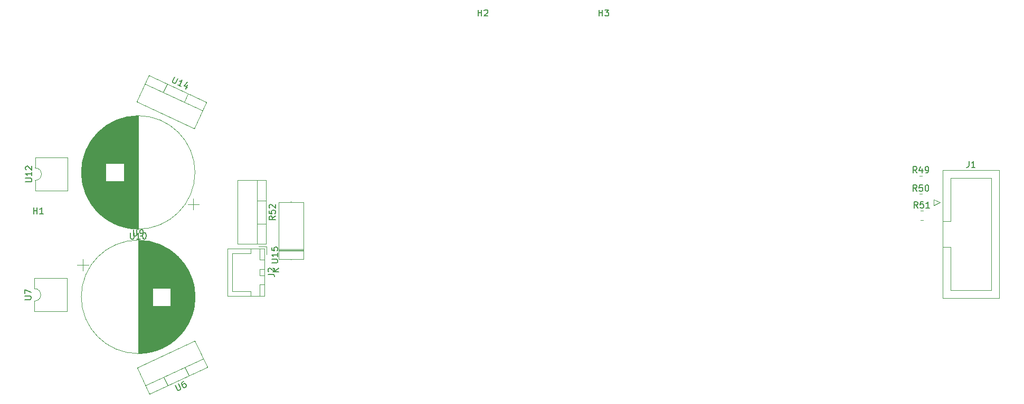
<source format=gbr>
%TF.GenerationSoftware,KiCad,Pcbnew,8.0.6*%
%TF.CreationDate,2024-11-15T00:49:57-05:00*%
%TF.ProjectId,LinePCB,4c696e65-5043-4422-9e6b-696361645f70,rev?*%
%TF.SameCoordinates,Original*%
%TF.FileFunction,Legend,Top*%
%TF.FilePolarity,Positive*%
%FSLAX46Y46*%
G04 Gerber Fmt 4.6, Leading zero omitted, Abs format (unit mm)*
G04 Created by KiCad (PCBNEW 8.0.6) date 2024-11-15 00:49:57*
%MOMM*%
%LPD*%
G01*
G04 APERTURE LIST*
%ADD10C,0.150000*%
%ADD11C,0.120000*%
G04 APERTURE END LIST*
D10*
X18240095Y-96654819D02*
X18240095Y-95654819D01*
X18240095Y-96131009D02*
X18811523Y-96131009D01*
X18811523Y-96654819D02*
X18811523Y-95654819D01*
X19811523Y-96654819D02*
X19240095Y-96654819D01*
X19525809Y-96654819D02*
X19525809Y-95654819D01*
X19525809Y-95654819D02*
X19430571Y-95797676D01*
X19430571Y-95797676D02*
X19335333Y-95892914D01*
X19335333Y-95892914D02*
X19240095Y-95940533D01*
X168276666Y-88194819D02*
X168276666Y-88909104D01*
X168276666Y-88909104D02*
X168229047Y-89051961D01*
X168229047Y-89051961D02*
X168133809Y-89147200D01*
X168133809Y-89147200D02*
X167990952Y-89194819D01*
X167990952Y-89194819D02*
X167895714Y-89194819D01*
X169276666Y-89194819D02*
X168705238Y-89194819D01*
X168990952Y-89194819D02*
X168990952Y-88194819D01*
X168990952Y-88194819D02*
X168895714Y-88337676D01*
X168895714Y-88337676D02*
X168800476Y-88432914D01*
X168800476Y-88432914D02*
X168705238Y-88480533D01*
X160067142Y-95714819D02*
X159733809Y-95238628D01*
X159495714Y-95714819D02*
X159495714Y-94714819D01*
X159495714Y-94714819D02*
X159876666Y-94714819D01*
X159876666Y-94714819D02*
X159971904Y-94762438D01*
X159971904Y-94762438D02*
X160019523Y-94810057D01*
X160019523Y-94810057D02*
X160067142Y-94905295D01*
X160067142Y-94905295D02*
X160067142Y-95048152D01*
X160067142Y-95048152D02*
X160019523Y-95143390D01*
X160019523Y-95143390D02*
X159971904Y-95191009D01*
X159971904Y-95191009D02*
X159876666Y-95238628D01*
X159876666Y-95238628D02*
X159495714Y-95238628D01*
X160971904Y-94714819D02*
X160495714Y-94714819D01*
X160495714Y-94714819D02*
X160448095Y-95191009D01*
X160448095Y-95191009D02*
X160495714Y-95143390D01*
X160495714Y-95143390D02*
X160590952Y-95095771D01*
X160590952Y-95095771D02*
X160829047Y-95095771D01*
X160829047Y-95095771D02*
X160924285Y-95143390D01*
X160924285Y-95143390D02*
X160971904Y-95191009D01*
X160971904Y-95191009D02*
X161019523Y-95286247D01*
X161019523Y-95286247D02*
X161019523Y-95524342D01*
X161019523Y-95524342D02*
X160971904Y-95619580D01*
X160971904Y-95619580D02*
X160924285Y-95667200D01*
X160924285Y-95667200D02*
X160829047Y-95714819D01*
X160829047Y-95714819D02*
X160590952Y-95714819D01*
X160590952Y-95714819D02*
X160495714Y-95667200D01*
X160495714Y-95667200D02*
X160448095Y-95619580D01*
X161971904Y-95714819D02*
X161400476Y-95714819D01*
X161686190Y-95714819D02*
X161686190Y-94714819D01*
X161686190Y-94714819D02*
X161590952Y-94857676D01*
X161590952Y-94857676D02*
X161495714Y-94952914D01*
X161495714Y-94952914D02*
X161400476Y-95000533D01*
X57029819Y-97042857D02*
X56553628Y-97376190D01*
X57029819Y-97614285D02*
X56029819Y-97614285D01*
X56029819Y-97614285D02*
X56029819Y-97233333D01*
X56029819Y-97233333D02*
X56077438Y-97138095D01*
X56077438Y-97138095D02*
X56125057Y-97090476D01*
X56125057Y-97090476D02*
X56220295Y-97042857D01*
X56220295Y-97042857D02*
X56363152Y-97042857D01*
X56363152Y-97042857D02*
X56458390Y-97090476D01*
X56458390Y-97090476D02*
X56506009Y-97138095D01*
X56506009Y-97138095D02*
X56553628Y-97233333D01*
X56553628Y-97233333D02*
X56553628Y-97614285D01*
X56029819Y-96138095D02*
X56029819Y-96614285D01*
X56029819Y-96614285D02*
X56506009Y-96661904D01*
X56506009Y-96661904D02*
X56458390Y-96614285D01*
X56458390Y-96614285D02*
X56410771Y-96519047D01*
X56410771Y-96519047D02*
X56410771Y-96280952D01*
X56410771Y-96280952D02*
X56458390Y-96185714D01*
X56458390Y-96185714D02*
X56506009Y-96138095D01*
X56506009Y-96138095D02*
X56601247Y-96090476D01*
X56601247Y-96090476D02*
X56839342Y-96090476D01*
X56839342Y-96090476D02*
X56934580Y-96138095D01*
X56934580Y-96138095D02*
X56982200Y-96185714D01*
X56982200Y-96185714D02*
X57029819Y-96280952D01*
X57029819Y-96280952D02*
X57029819Y-96519047D01*
X57029819Y-96519047D02*
X56982200Y-96614285D01*
X56982200Y-96614285D02*
X56934580Y-96661904D01*
X56125057Y-95709523D02*
X56077438Y-95661904D01*
X56077438Y-95661904D02*
X56029819Y-95566666D01*
X56029819Y-95566666D02*
X56029819Y-95328571D01*
X56029819Y-95328571D02*
X56077438Y-95233333D01*
X56077438Y-95233333D02*
X56125057Y-95185714D01*
X56125057Y-95185714D02*
X56220295Y-95138095D01*
X56220295Y-95138095D02*
X56315533Y-95138095D01*
X56315533Y-95138095D02*
X56458390Y-95185714D01*
X56458390Y-95185714D02*
X57029819Y-95757142D01*
X57029819Y-95757142D02*
X57029819Y-95138095D01*
X56434819Y-104538094D02*
X57244342Y-104538094D01*
X57244342Y-104538094D02*
X57339580Y-104490475D01*
X57339580Y-104490475D02*
X57387200Y-104442856D01*
X57387200Y-104442856D02*
X57434819Y-104347618D01*
X57434819Y-104347618D02*
X57434819Y-104157142D01*
X57434819Y-104157142D02*
X57387200Y-104061904D01*
X57387200Y-104061904D02*
X57339580Y-104014285D01*
X57339580Y-104014285D02*
X57244342Y-103966666D01*
X57244342Y-103966666D02*
X56434819Y-103966666D01*
X57434819Y-102966666D02*
X57434819Y-103538094D01*
X57434819Y-103252380D02*
X56434819Y-103252380D01*
X56434819Y-103252380D02*
X56577676Y-103347618D01*
X56577676Y-103347618D02*
X56672914Y-103442856D01*
X56672914Y-103442856D02*
X56720533Y-103538094D01*
X56434819Y-102061904D02*
X56434819Y-102538094D01*
X56434819Y-102538094D02*
X56911009Y-102585713D01*
X56911009Y-102585713D02*
X56863390Y-102538094D01*
X56863390Y-102538094D02*
X56815771Y-102442856D01*
X56815771Y-102442856D02*
X56815771Y-102204761D01*
X56815771Y-102204761D02*
X56863390Y-102109523D01*
X56863390Y-102109523D02*
X56911009Y-102061904D01*
X56911009Y-102061904D02*
X57006247Y-102014285D01*
X57006247Y-102014285D02*
X57244342Y-102014285D01*
X57244342Y-102014285D02*
X57339580Y-102061904D01*
X57339580Y-102061904D02*
X57387200Y-102109523D01*
X57387200Y-102109523D02*
X57434819Y-102204761D01*
X57434819Y-102204761D02*
X57434819Y-102442856D01*
X57434819Y-102442856D02*
X57387200Y-102538094D01*
X57387200Y-102538094D02*
X57339580Y-102585713D01*
X57594819Y-105971904D02*
X56594819Y-105971904D01*
X57594819Y-105400476D02*
X57023390Y-105829047D01*
X56594819Y-105400476D02*
X57166247Y-105971904D01*
X159927142Y-90074819D02*
X159593809Y-89598628D01*
X159355714Y-90074819D02*
X159355714Y-89074819D01*
X159355714Y-89074819D02*
X159736666Y-89074819D01*
X159736666Y-89074819D02*
X159831904Y-89122438D01*
X159831904Y-89122438D02*
X159879523Y-89170057D01*
X159879523Y-89170057D02*
X159927142Y-89265295D01*
X159927142Y-89265295D02*
X159927142Y-89408152D01*
X159927142Y-89408152D02*
X159879523Y-89503390D01*
X159879523Y-89503390D02*
X159831904Y-89551009D01*
X159831904Y-89551009D02*
X159736666Y-89598628D01*
X159736666Y-89598628D02*
X159355714Y-89598628D01*
X160784285Y-89408152D02*
X160784285Y-90074819D01*
X160546190Y-89027200D02*
X160308095Y-89741485D01*
X160308095Y-89741485D02*
X160927142Y-89741485D01*
X161355714Y-90074819D02*
X161546190Y-90074819D01*
X161546190Y-90074819D02*
X161641428Y-90027200D01*
X161641428Y-90027200D02*
X161689047Y-89979580D01*
X161689047Y-89979580D02*
X161784285Y-89836723D01*
X161784285Y-89836723D02*
X161831904Y-89646247D01*
X161831904Y-89646247D02*
X161831904Y-89265295D01*
X161831904Y-89265295D02*
X161784285Y-89170057D01*
X161784285Y-89170057D02*
X161736666Y-89122438D01*
X161736666Y-89122438D02*
X161641428Y-89074819D01*
X161641428Y-89074819D02*
X161450952Y-89074819D01*
X161450952Y-89074819D02*
X161355714Y-89122438D01*
X161355714Y-89122438D02*
X161308095Y-89170057D01*
X161308095Y-89170057D02*
X161260476Y-89265295D01*
X161260476Y-89265295D02*
X161260476Y-89503390D01*
X161260476Y-89503390D02*
X161308095Y-89598628D01*
X161308095Y-89598628D02*
X161355714Y-89646247D01*
X161355714Y-89646247D02*
X161450952Y-89693866D01*
X161450952Y-89693866D02*
X161641428Y-89693866D01*
X161641428Y-89693866D02*
X161736666Y-89646247D01*
X161736666Y-89646247D02*
X161784285Y-89598628D01*
X161784285Y-89598628D02*
X161831904Y-89503390D01*
X16959819Y-91518094D02*
X17769342Y-91518094D01*
X17769342Y-91518094D02*
X17864580Y-91470475D01*
X17864580Y-91470475D02*
X17912200Y-91422856D01*
X17912200Y-91422856D02*
X17959819Y-91327618D01*
X17959819Y-91327618D02*
X17959819Y-91137142D01*
X17959819Y-91137142D02*
X17912200Y-91041904D01*
X17912200Y-91041904D02*
X17864580Y-90994285D01*
X17864580Y-90994285D02*
X17769342Y-90946666D01*
X17769342Y-90946666D02*
X16959819Y-90946666D01*
X17959819Y-89946666D02*
X17959819Y-90518094D01*
X17959819Y-90232380D02*
X16959819Y-90232380D01*
X16959819Y-90232380D02*
X17102676Y-90327618D01*
X17102676Y-90327618D02*
X17197914Y-90422856D01*
X17197914Y-90422856D02*
X17245533Y-90518094D01*
X17055057Y-89565713D02*
X17007438Y-89518094D01*
X17007438Y-89518094D02*
X16959819Y-89422856D01*
X16959819Y-89422856D02*
X16959819Y-89184761D01*
X16959819Y-89184761D02*
X17007438Y-89089523D01*
X17007438Y-89089523D02*
X17055057Y-89041904D01*
X17055057Y-89041904D02*
X17150295Y-88994285D01*
X17150295Y-88994285D02*
X17245533Y-88994285D01*
X17245533Y-88994285D02*
X17388390Y-89041904D01*
X17388390Y-89041904D02*
X17959819Y-89613332D01*
X17959819Y-89613332D02*
X17959819Y-88994285D01*
X33781905Y-99704819D02*
X33781905Y-100514342D01*
X33781905Y-100514342D02*
X33829524Y-100609580D01*
X33829524Y-100609580D02*
X33877143Y-100657200D01*
X33877143Y-100657200D02*
X33972381Y-100704819D01*
X33972381Y-100704819D02*
X34162857Y-100704819D01*
X34162857Y-100704819D02*
X34258095Y-100657200D01*
X34258095Y-100657200D02*
X34305714Y-100609580D01*
X34305714Y-100609580D02*
X34353333Y-100514342D01*
X34353333Y-100514342D02*
X34353333Y-99704819D01*
X35353333Y-100704819D02*
X34781905Y-100704819D01*
X35067619Y-100704819D02*
X35067619Y-99704819D01*
X35067619Y-99704819D02*
X34972381Y-99847676D01*
X34972381Y-99847676D02*
X34877143Y-99942914D01*
X34877143Y-99942914D02*
X34781905Y-99990533D01*
X35972381Y-99704819D02*
X36067619Y-99704819D01*
X36067619Y-99704819D02*
X36162857Y-99752438D01*
X36162857Y-99752438D02*
X36210476Y-99800057D01*
X36210476Y-99800057D02*
X36258095Y-99895295D01*
X36258095Y-99895295D02*
X36305714Y-100085771D01*
X36305714Y-100085771D02*
X36305714Y-100323866D01*
X36305714Y-100323866D02*
X36258095Y-100514342D01*
X36258095Y-100514342D02*
X36210476Y-100609580D01*
X36210476Y-100609580D02*
X36162857Y-100657200D01*
X36162857Y-100657200D02*
X36067619Y-100704819D01*
X36067619Y-100704819D02*
X35972381Y-100704819D01*
X35972381Y-100704819D02*
X35877143Y-100657200D01*
X35877143Y-100657200D02*
X35829524Y-100609580D01*
X35829524Y-100609580D02*
X35781905Y-100514342D01*
X35781905Y-100514342D02*
X35734286Y-100323866D01*
X35734286Y-100323866D02*
X35734286Y-100085771D01*
X35734286Y-100085771D02*
X35781905Y-99895295D01*
X35781905Y-99895295D02*
X35829524Y-99800057D01*
X35829524Y-99800057D02*
X35877143Y-99752438D01*
X35877143Y-99752438D02*
X35972381Y-99704819D01*
X108938095Y-64863919D02*
X108938095Y-63863919D01*
X108938095Y-64340109D02*
X109509523Y-64340109D01*
X109509523Y-64863919D02*
X109509523Y-63863919D01*
X109890476Y-63863919D02*
X110509523Y-63863919D01*
X110509523Y-63863919D02*
X110176190Y-64244871D01*
X110176190Y-64244871D02*
X110319047Y-64244871D01*
X110319047Y-64244871D02*
X110414285Y-64292490D01*
X110414285Y-64292490D02*
X110461904Y-64340109D01*
X110461904Y-64340109D02*
X110509523Y-64435347D01*
X110509523Y-64435347D02*
X110509523Y-64673442D01*
X110509523Y-64673442D02*
X110461904Y-64768680D01*
X110461904Y-64768680D02*
X110414285Y-64816300D01*
X110414285Y-64816300D02*
X110319047Y-64863919D01*
X110319047Y-64863919D02*
X110033333Y-64863919D01*
X110033333Y-64863919D02*
X109938095Y-64816300D01*
X109938095Y-64816300D02*
X109890476Y-64768680D01*
X40964236Y-124191378D02*
X41306355Y-124925055D01*
X41306355Y-124925055D02*
X41389762Y-124991246D01*
X41389762Y-124991246D02*
X41453044Y-125014279D01*
X41453044Y-125014279D02*
X41559484Y-125017187D01*
X41559484Y-125017187D02*
X41732114Y-124936688D01*
X41732114Y-124936688D02*
X41798305Y-124853281D01*
X41798305Y-124853281D02*
X41821337Y-124789999D01*
X41821337Y-124789999D02*
X41824246Y-124683559D01*
X41824246Y-124683559D02*
X41482126Y-123949881D01*
X42302119Y-123567513D02*
X42129489Y-123648011D01*
X42129489Y-123648011D02*
X42063298Y-123731418D01*
X42063298Y-123731418D02*
X42040265Y-123794700D01*
X42040265Y-123794700D02*
X42014325Y-123964422D01*
X42014325Y-123964422D02*
X42051666Y-124157177D01*
X42051666Y-124157177D02*
X42212663Y-124502437D01*
X42212663Y-124502437D02*
X42296070Y-124568627D01*
X42296070Y-124568627D02*
X42359352Y-124591660D01*
X42359352Y-124591660D02*
X42465792Y-124594568D01*
X42465792Y-124594568D02*
X42638422Y-124514070D01*
X42638422Y-124514070D02*
X42704612Y-124430663D01*
X42704612Y-124430663D02*
X42727645Y-124367381D01*
X42727645Y-124367381D02*
X42730553Y-124260941D01*
X42730553Y-124260941D02*
X42629930Y-124045153D01*
X42629930Y-124045153D02*
X42546523Y-123978963D01*
X42546523Y-123978963D02*
X42483241Y-123955930D01*
X42483241Y-123955930D02*
X42376801Y-123953022D01*
X42376801Y-123953022D02*
X42204171Y-124033521D01*
X42204171Y-124033521D02*
X42137981Y-124116928D01*
X42137981Y-124116928D02*
X42114948Y-124180210D01*
X42114948Y-124180210D02*
X42112040Y-124286650D01*
X55854819Y-106383333D02*
X56569104Y-106383333D01*
X56569104Y-106383333D02*
X56711961Y-106430952D01*
X56711961Y-106430952D02*
X56807200Y-106526190D01*
X56807200Y-106526190D02*
X56854819Y-106669047D01*
X56854819Y-106669047D02*
X56854819Y-106764285D01*
X55950057Y-105954761D02*
X55902438Y-105907142D01*
X55902438Y-105907142D02*
X55854819Y-105811904D01*
X55854819Y-105811904D02*
X55854819Y-105573809D01*
X55854819Y-105573809D02*
X55902438Y-105478571D01*
X55902438Y-105478571D02*
X55950057Y-105430952D01*
X55950057Y-105430952D02*
X56045295Y-105383333D01*
X56045295Y-105383333D02*
X56140533Y-105383333D01*
X56140533Y-105383333D02*
X56283390Y-105430952D01*
X56283390Y-105430952D02*
X56854819Y-106002380D01*
X56854819Y-106002380D02*
X56854819Y-105383333D01*
X34258095Y-99204819D02*
X34258095Y-100014342D01*
X34258095Y-100014342D02*
X34305714Y-100109580D01*
X34305714Y-100109580D02*
X34353333Y-100157200D01*
X34353333Y-100157200D02*
X34448571Y-100204819D01*
X34448571Y-100204819D02*
X34639047Y-100204819D01*
X34639047Y-100204819D02*
X34734285Y-100157200D01*
X34734285Y-100157200D02*
X34781904Y-100109580D01*
X34781904Y-100109580D02*
X34829523Y-100014342D01*
X34829523Y-100014342D02*
X34829523Y-99204819D01*
X35353333Y-100204819D02*
X35543809Y-100204819D01*
X35543809Y-100204819D02*
X35639047Y-100157200D01*
X35639047Y-100157200D02*
X35686666Y-100109580D01*
X35686666Y-100109580D02*
X35781904Y-99966723D01*
X35781904Y-99966723D02*
X35829523Y-99776247D01*
X35829523Y-99776247D02*
X35829523Y-99395295D01*
X35829523Y-99395295D02*
X35781904Y-99300057D01*
X35781904Y-99300057D02*
X35734285Y-99252438D01*
X35734285Y-99252438D02*
X35639047Y-99204819D01*
X35639047Y-99204819D02*
X35448571Y-99204819D01*
X35448571Y-99204819D02*
X35353333Y-99252438D01*
X35353333Y-99252438D02*
X35305714Y-99300057D01*
X35305714Y-99300057D02*
X35258095Y-99395295D01*
X35258095Y-99395295D02*
X35258095Y-99633390D01*
X35258095Y-99633390D02*
X35305714Y-99728628D01*
X35305714Y-99728628D02*
X35353333Y-99776247D01*
X35353333Y-99776247D02*
X35448571Y-99823866D01*
X35448571Y-99823866D02*
X35639047Y-99823866D01*
X35639047Y-99823866D02*
X35734285Y-99776247D01*
X35734285Y-99776247D02*
X35781904Y-99728628D01*
X35781904Y-99728628D02*
X35829523Y-99633390D01*
X159927142Y-93024819D02*
X159593809Y-92548628D01*
X159355714Y-93024819D02*
X159355714Y-92024819D01*
X159355714Y-92024819D02*
X159736666Y-92024819D01*
X159736666Y-92024819D02*
X159831904Y-92072438D01*
X159831904Y-92072438D02*
X159879523Y-92120057D01*
X159879523Y-92120057D02*
X159927142Y-92215295D01*
X159927142Y-92215295D02*
X159927142Y-92358152D01*
X159927142Y-92358152D02*
X159879523Y-92453390D01*
X159879523Y-92453390D02*
X159831904Y-92501009D01*
X159831904Y-92501009D02*
X159736666Y-92548628D01*
X159736666Y-92548628D02*
X159355714Y-92548628D01*
X160831904Y-92024819D02*
X160355714Y-92024819D01*
X160355714Y-92024819D02*
X160308095Y-92501009D01*
X160308095Y-92501009D02*
X160355714Y-92453390D01*
X160355714Y-92453390D02*
X160450952Y-92405771D01*
X160450952Y-92405771D02*
X160689047Y-92405771D01*
X160689047Y-92405771D02*
X160784285Y-92453390D01*
X160784285Y-92453390D02*
X160831904Y-92501009D01*
X160831904Y-92501009D02*
X160879523Y-92596247D01*
X160879523Y-92596247D02*
X160879523Y-92834342D01*
X160879523Y-92834342D02*
X160831904Y-92929580D01*
X160831904Y-92929580D02*
X160784285Y-92977200D01*
X160784285Y-92977200D02*
X160689047Y-93024819D01*
X160689047Y-93024819D02*
X160450952Y-93024819D01*
X160450952Y-93024819D02*
X160355714Y-92977200D01*
X160355714Y-92977200D02*
X160308095Y-92929580D01*
X161498571Y-92024819D02*
X161593809Y-92024819D01*
X161593809Y-92024819D02*
X161689047Y-92072438D01*
X161689047Y-92072438D02*
X161736666Y-92120057D01*
X161736666Y-92120057D02*
X161784285Y-92215295D01*
X161784285Y-92215295D02*
X161831904Y-92405771D01*
X161831904Y-92405771D02*
X161831904Y-92643866D01*
X161831904Y-92643866D02*
X161784285Y-92834342D01*
X161784285Y-92834342D02*
X161736666Y-92929580D01*
X161736666Y-92929580D02*
X161689047Y-92977200D01*
X161689047Y-92977200D02*
X161593809Y-93024819D01*
X161593809Y-93024819D02*
X161498571Y-93024819D01*
X161498571Y-93024819D02*
X161403333Y-92977200D01*
X161403333Y-92977200D02*
X161355714Y-92929580D01*
X161355714Y-92929580D02*
X161308095Y-92834342D01*
X161308095Y-92834342D02*
X161260476Y-92643866D01*
X161260476Y-92643866D02*
X161260476Y-92405771D01*
X161260476Y-92405771D02*
X161308095Y-92215295D01*
X161308095Y-92215295D02*
X161355714Y-92120057D01*
X161355714Y-92120057D02*
X161403333Y-92072438D01*
X161403333Y-92072438D02*
X161498571Y-92024819D01*
X89538095Y-64863919D02*
X89538095Y-63863919D01*
X89538095Y-64340109D02*
X90109523Y-64340109D01*
X90109523Y-64863919D02*
X90109523Y-63863919D01*
X90538095Y-63959157D02*
X90585714Y-63911538D01*
X90585714Y-63911538D02*
X90680952Y-63863919D01*
X90680952Y-63863919D02*
X90919047Y-63863919D01*
X90919047Y-63863919D02*
X91014285Y-63911538D01*
X91014285Y-63911538D02*
X91061904Y-63959157D01*
X91061904Y-63959157D02*
X91109523Y-64054395D01*
X91109523Y-64054395D02*
X91109523Y-64149633D01*
X91109523Y-64149633D02*
X91061904Y-64292490D01*
X91061904Y-64292490D02*
X90490476Y-64863919D01*
X90490476Y-64863919D02*
X91109523Y-64863919D01*
X40890909Y-74629272D02*
X40548789Y-75362950D01*
X40548789Y-75362950D02*
X40551698Y-75469390D01*
X40551698Y-75469390D02*
X40574730Y-75532672D01*
X40574730Y-75532672D02*
X40640921Y-75616079D01*
X40640921Y-75616079D02*
X40813551Y-75696578D01*
X40813551Y-75696578D02*
X40919991Y-75693669D01*
X40919991Y-75693669D02*
X40983273Y-75670637D01*
X40983273Y-75670637D02*
X41066680Y-75604446D01*
X41066680Y-75604446D02*
X41408799Y-74870768D01*
X41892489Y-76199694D02*
X41374598Y-75958198D01*
X41633544Y-76078946D02*
X42056162Y-75172639D01*
X42056162Y-75172639D02*
X41909473Y-75261862D01*
X41909473Y-75261862D02*
X41782908Y-75307927D01*
X41782908Y-75307927D02*
X41676469Y-75310836D01*
X42951069Y-75957734D02*
X42669324Y-76561939D01*
X42896279Y-75511850D02*
X42378622Y-76058589D01*
X42378622Y-76058589D02*
X42939669Y-76320210D01*
X16849819Y-110441904D02*
X17659342Y-110441904D01*
X17659342Y-110441904D02*
X17754580Y-110394285D01*
X17754580Y-110394285D02*
X17802200Y-110346666D01*
X17802200Y-110346666D02*
X17849819Y-110251428D01*
X17849819Y-110251428D02*
X17849819Y-110060952D01*
X17849819Y-110060952D02*
X17802200Y-109965714D01*
X17802200Y-109965714D02*
X17754580Y-109918095D01*
X17754580Y-109918095D02*
X17659342Y-109870476D01*
X17659342Y-109870476D02*
X16849819Y-109870476D01*
X16849819Y-109489523D02*
X16849819Y-108822857D01*
X16849819Y-108822857D02*
X17849819Y-109251428D01*
D11*
%TO.C,J1*%
X162660000Y-94340000D02*
X162660000Y-95340000D01*
X162660000Y-95340000D02*
X163660000Y-94840000D01*
X163660000Y-94840000D02*
X162660000Y-94340000D01*
X164050000Y-89630000D02*
X173170000Y-89630000D01*
X164050000Y-97870000D02*
X165360000Y-97870000D01*
X164050000Y-110210000D02*
X164050000Y-89630000D01*
X165360000Y-90930000D02*
X171860000Y-90930000D01*
X165360000Y-97870000D02*
X165360000Y-90930000D01*
X165360000Y-101970000D02*
X164050000Y-101970000D01*
X165360000Y-101970000D02*
X165360000Y-101970000D01*
X165360000Y-108910000D02*
X165360000Y-101970000D01*
X171860000Y-90930000D02*
X171860000Y-108910000D01*
X171860000Y-108910000D02*
X165360000Y-108910000D01*
X173170000Y-89630000D02*
X173170000Y-110210000D01*
X173170000Y-110210000D02*
X164050000Y-110210000D01*
%TO.C,R51*%
X160482936Y-96175000D02*
X160937064Y-96175000D01*
X160482936Y-97645000D02*
X160937064Y-97645000D01*
%TO.C,R52*%
X50934000Y-91280000D02*
X50934000Y-101520000D01*
X54065000Y-91280000D02*
X54065000Y-101520000D01*
X55575000Y-91280000D02*
X50934000Y-91280000D01*
X55575000Y-91280000D02*
X55575000Y-101520000D01*
X55575000Y-94550000D02*
X54065000Y-94550000D01*
X55575000Y-98251000D02*
X54065000Y-98251000D01*
X55575000Y-101520000D02*
X50934000Y-101520000D01*
%TO.C,U15*%
X57570000Y-94790000D02*
X57570000Y-103930000D01*
X57570000Y-102355000D02*
X61510000Y-102355000D01*
X57570000Y-102475000D02*
X61510000Y-102475000D01*
X57570000Y-102595000D02*
X61510000Y-102595000D01*
X57570000Y-103930000D02*
X61510000Y-103930000D01*
X59540000Y-94650000D02*
X59540000Y-94790000D01*
X59540000Y-104070000D02*
X59540000Y-103930000D01*
X61510000Y-94790000D02*
X57570000Y-94790000D01*
X61510000Y-103930000D02*
X61510000Y-94790000D01*
%TO.C,R49*%
X160342936Y-90535000D02*
X160797064Y-90535000D01*
X160342936Y-92005000D02*
X160797064Y-92005000D01*
%TO.C,U12*%
X18505000Y-87630000D02*
X18505000Y-89280000D01*
X18505000Y-91280000D02*
X18505000Y-92930000D01*
X18505000Y-92930000D02*
X23705000Y-92930000D01*
X23705000Y-87630000D02*
X18505000Y-87630000D01*
X23705000Y-92930000D02*
X23705000Y-87630000D01*
X18505000Y-89280000D02*
G75*
G02*
X18505000Y-91280000I0J-1000000D01*
G01*
%TO.C,U10*%
X25900000Y-90040000D02*
X25900000Y-89960000D01*
X25940000Y-90814000D02*
X25940000Y-89186000D01*
X25980000Y-91166000D02*
X25980000Y-88834000D01*
X26020000Y-91435000D02*
X26020000Y-88565000D01*
X26060000Y-91661000D02*
X26060000Y-88339000D01*
X26100000Y-91860000D02*
X26100000Y-88140000D01*
X26140000Y-92039000D02*
X26140000Y-87961000D01*
X26180000Y-92203000D02*
X26180000Y-87797000D01*
X26220000Y-92355000D02*
X26220000Y-87645000D01*
X26260000Y-92498000D02*
X26260000Y-87502000D01*
X26300000Y-92632000D02*
X26300000Y-87368000D01*
X26340000Y-92759000D02*
X26340000Y-87241000D01*
X26380000Y-92880000D02*
X26380000Y-87120000D01*
X26420000Y-92996000D02*
X26420000Y-87004000D01*
X26460000Y-93107000D02*
X26460000Y-86893000D01*
X26500000Y-93214000D02*
X26500000Y-86786000D01*
X26540000Y-93317000D02*
X26540000Y-86683000D01*
X26580000Y-93416000D02*
X26580000Y-86584000D01*
X26620000Y-93512000D02*
X26620000Y-86488000D01*
X26660000Y-93605000D02*
X26660000Y-86395000D01*
X26700000Y-93696000D02*
X26700000Y-86304000D01*
X26740000Y-93784000D02*
X26740000Y-86216000D01*
X26780000Y-93869000D02*
X26780000Y-86131000D01*
X26820000Y-93952000D02*
X26820000Y-86048000D01*
X26859000Y-94033000D02*
X26859000Y-85967000D01*
X26899000Y-94113000D02*
X26899000Y-85887000D01*
X26939000Y-94190000D02*
X26939000Y-85810000D01*
X26979000Y-94265000D02*
X26979000Y-85735000D01*
X27019000Y-94339000D02*
X27019000Y-85661000D01*
X27059000Y-94412000D02*
X27059000Y-85588000D01*
X27099000Y-94482000D02*
X27099000Y-85518000D01*
X27139000Y-94552000D02*
X27139000Y-85448000D01*
X27179000Y-94620000D02*
X27179000Y-85380000D01*
X27219000Y-94686000D02*
X27219000Y-85314000D01*
X27259000Y-94752000D02*
X27259000Y-85248000D01*
X27299000Y-94816000D02*
X27299000Y-85184000D01*
X27339000Y-94879000D02*
X27339000Y-85121000D01*
X27379000Y-94941000D02*
X27379000Y-85059000D01*
X27419000Y-95002000D02*
X27419000Y-84998000D01*
X27459000Y-95062000D02*
X27459000Y-84938000D01*
X27499000Y-95120000D02*
X27499000Y-84880000D01*
X27539000Y-95178000D02*
X27539000Y-84822000D01*
X27579000Y-95235000D02*
X27579000Y-84765000D01*
X27619000Y-95291000D02*
X27619000Y-84709000D01*
X27659000Y-95346000D02*
X27659000Y-84654000D01*
X27699000Y-95400000D02*
X27699000Y-84600000D01*
X27739000Y-95454000D02*
X27739000Y-84546000D01*
X27779000Y-95506000D02*
X27779000Y-84494000D01*
X27819000Y-95558000D02*
X27819000Y-84442000D01*
X27859000Y-95609000D02*
X27859000Y-84391000D01*
X27899000Y-95660000D02*
X27899000Y-84340000D01*
X27939000Y-95709000D02*
X27939000Y-84291000D01*
X27979000Y-95758000D02*
X27979000Y-84242000D01*
X28019000Y-95806000D02*
X28019000Y-84194000D01*
X28059000Y-95854000D02*
X28059000Y-84146000D01*
X28099000Y-95901000D02*
X28099000Y-84099000D01*
X28139000Y-95947000D02*
X28139000Y-84053000D01*
X28179000Y-95993000D02*
X28179000Y-84007000D01*
X28219000Y-96038000D02*
X28219000Y-83962000D01*
X28259000Y-96082000D02*
X28259000Y-83918000D01*
X28299000Y-96126000D02*
X28299000Y-83874000D01*
X28339000Y-96170000D02*
X28339000Y-83830000D01*
X28379000Y-96212000D02*
X28379000Y-83788000D01*
X28419000Y-96254000D02*
X28419000Y-83746000D01*
X28459000Y-96296000D02*
X28459000Y-83704000D01*
X28499000Y-96337000D02*
X28499000Y-83663000D01*
X28539000Y-96378000D02*
X28539000Y-83622000D01*
X28579000Y-96418000D02*
X28579000Y-83582000D01*
X28619000Y-96458000D02*
X28619000Y-83542000D01*
X28659000Y-96497000D02*
X28659000Y-83503000D01*
X28699000Y-96536000D02*
X28699000Y-83464000D01*
X28739000Y-96574000D02*
X28739000Y-83426000D01*
X28779000Y-96612000D02*
X28779000Y-83388000D01*
X28819000Y-96649000D02*
X28819000Y-83351000D01*
X28859000Y-96686000D02*
X28859000Y-83314000D01*
X28899000Y-96722000D02*
X28899000Y-83278000D01*
X28939000Y-96758000D02*
X28939000Y-83242000D01*
X28979000Y-96794000D02*
X28979000Y-83206000D01*
X29019000Y-96829000D02*
X29019000Y-83171000D01*
X29059000Y-96864000D02*
X29059000Y-83136000D01*
X29099000Y-96898000D02*
X29099000Y-83102000D01*
X29139000Y-96932000D02*
X29139000Y-83068000D01*
X29179000Y-96965000D02*
X29179000Y-83035000D01*
X29219000Y-96999000D02*
X29219000Y-83001000D01*
X29259000Y-97031000D02*
X29259000Y-82969000D01*
X29299000Y-97064000D02*
X29299000Y-82936000D01*
X29339000Y-97096000D02*
X29339000Y-82904000D01*
X29379000Y-97127000D02*
X29379000Y-82873000D01*
X29419000Y-97159000D02*
X29419000Y-82841000D01*
X29459000Y-97190000D02*
X29459000Y-82810000D01*
X29499000Y-97220000D02*
X29499000Y-82780000D01*
X29539000Y-97250000D02*
X29539000Y-82750000D01*
X29579000Y-97280000D02*
X29579000Y-82720000D01*
X29619000Y-97310000D02*
X29619000Y-82690000D01*
X29659000Y-97339000D02*
X29659000Y-82661000D01*
X29699000Y-97368000D02*
X29699000Y-82632000D01*
X29739000Y-97397000D02*
X29739000Y-82603000D01*
X29779000Y-97425000D02*
X29779000Y-82575000D01*
X29819000Y-97453000D02*
X29819000Y-82547000D01*
X29859000Y-88560000D02*
X29859000Y-82520000D01*
X29859000Y-97480000D02*
X29859000Y-91440000D01*
X29899000Y-88560000D02*
X29899000Y-82492000D01*
X29899000Y-97508000D02*
X29899000Y-91440000D01*
X29939000Y-88560000D02*
X29939000Y-82465000D01*
X29939000Y-97535000D02*
X29939000Y-91440000D01*
X29979000Y-88560000D02*
X29979000Y-82439000D01*
X29979000Y-97561000D02*
X29979000Y-91440000D01*
X30019000Y-88560000D02*
X30019000Y-82412000D01*
X30019000Y-97588000D02*
X30019000Y-91440000D01*
X30059000Y-88560000D02*
X30059000Y-82386000D01*
X30059000Y-97614000D02*
X30059000Y-91440000D01*
X30099000Y-88560000D02*
X30099000Y-82360000D01*
X30099000Y-97640000D02*
X30099000Y-91440000D01*
X30139000Y-88560000D02*
X30139000Y-82335000D01*
X30139000Y-97665000D02*
X30139000Y-91440000D01*
X30179000Y-88560000D02*
X30179000Y-82310000D01*
X30179000Y-97690000D02*
X30179000Y-91440000D01*
X30219000Y-88560000D02*
X30219000Y-82285000D01*
X30219000Y-97715000D02*
X30219000Y-91440000D01*
X30259000Y-88560000D02*
X30259000Y-82260000D01*
X30259000Y-97740000D02*
X30259000Y-91440000D01*
X30299000Y-88560000D02*
X30299000Y-82236000D01*
X30299000Y-97764000D02*
X30299000Y-91440000D01*
X30339000Y-88560000D02*
X30339000Y-82212000D01*
X30339000Y-97788000D02*
X30339000Y-91440000D01*
X30379000Y-88560000D02*
X30379000Y-82188000D01*
X30379000Y-97812000D02*
X30379000Y-91440000D01*
X30419000Y-88560000D02*
X30419000Y-82165000D01*
X30419000Y-97835000D02*
X30419000Y-91440000D01*
X30459000Y-88560000D02*
X30459000Y-82141000D01*
X30459000Y-97859000D02*
X30459000Y-91440000D01*
X30499000Y-88560000D02*
X30499000Y-82118000D01*
X30499000Y-97882000D02*
X30499000Y-91440000D01*
X30539000Y-88560000D02*
X30539000Y-82096000D01*
X30539000Y-97904000D02*
X30539000Y-91440000D01*
X30579000Y-88560000D02*
X30579000Y-82073000D01*
X30579000Y-97927000D02*
X30579000Y-91440000D01*
X30619000Y-88560000D02*
X30619000Y-82051000D01*
X30619000Y-97949000D02*
X30619000Y-91440000D01*
X30659000Y-88560000D02*
X30659000Y-82029000D01*
X30659000Y-97971000D02*
X30659000Y-91440000D01*
X30699000Y-88560000D02*
X30699000Y-82008000D01*
X30699000Y-97992000D02*
X30699000Y-91440000D01*
X30739000Y-88560000D02*
X30739000Y-81986000D01*
X30739000Y-98014000D02*
X30739000Y-91440000D01*
X30779000Y-88560000D02*
X30779000Y-81965000D01*
X30779000Y-98035000D02*
X30779000Y-91440000D01*
X30819000Y-88560000D02*
X30819000Y-81944000D01*
X30819000Y-98056000D02*
X30819000Y-91440000D01*
X30859000Y-88560000D02*
X30859000Y-81924000D01*
X30859000Y-98076000D02*
X30859000Y-91440000D01*
X30899000Y-88560000D02*
X30899000Y-81903000D01*
X30899000Y-98097000D02*
X30899000Y-91440000D01*
X30939000Y-88560000D02*
X30939000Y-81883000D01*
X30939000Y-98117000D02*
X30939000Y-91440000D01*
X30979000Y-88560000D02*
X30979000Y-81863000D01*
X30979000Y-98137000D02*
X30979000Y-91440000D01*
X31019000Y-88560000D02*
X31019000Y-81844000D01*
X31019000Y-98156000D02*
X31019000Y-91440000D01*
X31059000Y-88560000D02*
X31059000Y-81824000D01*
X31059000Y-98176000D02*
X31059000Y-91440000D01*
X31099000Y-88560000D02*
X31099000Y-81805000D01*
X31099000Y-98195000D02*
X31099000Y-91440000D01*
X31139000Y-88560000D02*
X31139000Y-81786000D01*
X31139000Y-98214000D02*
X31139000Y-91440000D01*
X31179000Y-88560000D02*
X31179000Y-81767000D01*
X31179000Y-98233000D02*
X31179000Y-91440000D01*
X31219000Y-88560000D02*
X31219000Y-81749000D01*
X31219000Y-98251000D02*
X31219000Y-91440000D01*
X31259000Y-88560000D02*
X31259000Y-81731000D01*
X31259000Y-98269000D02*
X31259000Y-91440000D01*
X31299000Y-88560000D02*
X31299000Y-81713000D01*
X31299000Y-98287000D02*
X31299000Y-91440000D01*
X31339000Y-88560000D02*
X31339000Y-81695000D01*
X31339000Y-98305000D02*
X31339000Y-91440000D01*
X31379000Y-88560000D02*
X31379000Y-81677000D01*
X31379000Y-98323000D02*
X31379000Y-91440000D01*
X31419000Y-88560000D02*
X31419000Y-81660000D01*
X31419000Y-98340000D02*
X31419000Y-91440000D01*
X31459000Y-88560000D02*
X31459000Y-81643000D01*
X31459000Y-98357000D02*
X31459000Y-91440000D01*
X31499000Y-88560000D02*
X31499000Y-81626000D01*
X31499000Y-98374000D02*
X31499000Y-91440000D01*
X31539000Y-88560000D02*
X31539000Y-81610000D01*
X31539000Y-98390000D02*
X31539000Y-91440000D01*
X31579000Y-88560000D02*
X31579000Y-81593000D01*
X31579000Y-98407000D02*
X31579000Y-91440000D01*
X31619000Y-88560000D02*
X31619000Y-81577000D01*
X31619000Y-98423000D02*
X31619000Y-91440000D01*
X31659000Y-88560000D02*
X31659000Y-81561000D01*
X31659000Y-98439000D02*
X31659000Y-91440000D01*
X31699000Y-88560000D02*
X31699000Y-81545000D01*
X31699000Y-98455000D02*
X31699000Y-91440000D01*
X31739000Y-88560000D02*
X31739000Y-81530000D01*
X31739000Y-98470000D02*
X31739000Y-91440000D01*
X31779000Y-88560000D02*
X31779000Y-81514000D01*
X31779000Y-98486000D02*
X31779000Y-91440000D01*
X31819000Y-88560000D02*
X31819000Y-81499000D01*
X31819000Y-98501000D02*
X31819000Y-91440000D01*
X31859000Y-88560000D02*
X31859000Y-81484000D01*
X31859000Y-98516000D02*
X31859000Y-91440000D01*
X31899000Y-88560000D02*
X31899000Y-81470000D01*
X31899000Y-98530000D02*
X31899000Y-91440000D01*
X31939000Y-88560000D02*
X31939000Y-81455000D01*
X31939000Y-98545000D02*
X31939000Y-91440000D01*
X31979000Y-88560000D02*
X31979000Y-81441000D01*
X31979000Y-98559000D02*
X31979000Y-91440000D01*
X32019000Y-88560000D02*
X32019000Y-81427000D01*
X32019000Y-98573000D02*
X32019000Y-91440000D01*
X32059000Y-88560000D02*
X32059000Y-81413000D01*
X32059000Y-98587000D02*
X32059000Y-91440000D01*
X32099000Y-88560000D02*
X32099000Y-81400000D01*
X32099000Y-98600000D02*
X32099000Y-91440000D01*
X32139000Y-88560000D02*
X32139000Y-81386000D01*
X32139000Y-98614000D02*
X32139000Y-91440000D01*
X32179000Y-88560000D02*
X32179000Y-81373000D01*
X32179000Y-98627000D02*
X32179000Y-91440000D01*
X32219000Y-88560000D02*
X32219000Y-81360000D01*
X32219000Y-98640000D02*
X32219000Y-91440000D01*
X32259000Y-88560000D02*
X32259000Y-81347000D01*
X32259000Y-98653000D02*
X32259000Y-91440000D01*
X32299000Y-88560000D02*
X32299000Y-81335000D01*
X32299000Y-98665000D02*
X32299000Y-91440000D01*
X32339000Y-88560000D02*
X32339000Y-81322000D01*
X32339000Y-98678000D02*
X32339000Y-91440000D01*
X32379000Y-88560000D02*
X32379000Y-81310000D01*
X32379000Y-98690000D02*
X32379000Y-91440000D01*
X32419000Y-88560000D02*
X32419000Y-81298000D01*
X32419000Y-98702000D02*
X32419000Y-91440000D01*
X32459000Y-88560000D02*
X32459000Y-81286000D01*
X32459000Y-98714000D02*
X32459000Y-91440000D01*
X32499000Y-88560000D02*
X32499000Y-81275000D01*
X32499000Y-98725000D02*
X32499000Y-91440000D01*
X32539000Y-88560000D02*
X32539000Y-81263000D01*
X32539000Y-98737000D02*
X32539000Y-91440000D01*
X32579000Y-88560000D02*
X32579000Y-81252000D01*
X32579000Y-98748000D02*
X32579000Y-91440000D01*
X32619000Y-88560000D02*
X32619000Y-81241000D01*
X32619000Y-98759000D02*
X32619000Y-91440000D01*
X32659000Y-88560000D02*
X32659000Y-81230000D01*
X32659000Y-98770000D02*
X32659000Y-91440000D01*
X32699000Y-88560000D02*
X32699000Y-81220000D01*
X32699000Y-98780000D02*
X32699000Y-91440000D01*
X32739000Y-98791000D02*
X32739000Y-81209000D01*
X32779000Y-98801000D02*
X32779000Y-81199000D01*
X32819000Y-98811000D02*
X32819000Y-81189000D01*
X32859000Y-98821000D02*
X32859000Y-81179000D01*
X32899000Y-98831000D02*
X32899000Y-81169000D01*
X32939000Y-98840000D02*
X32939000Y-81160000D01*
X32979000Y-98849000D02*
X32979000Y-81151000D01*
X33019000Y-98858000D02*
X33019000Y-81142000D01*
X33059000Y-98867000D02*
X33059000Y-81133000D01*
X33099000Y-98876000D02*
X33099000Y-81124000D01*
X33139000Y-98885000D02*
X33139000Y-81115000D01*
X33179000Y-98893000D02*
X33179000Y-81107000D01*
X33219000Y-98901000D02*
X33219000Y-81099000D01*
X33259000Y-98909000D02*
X33259000Y-81091000D01*
X33299000Y-98917000D02*
X33299000Y-81083000D01*
X33339000Y-98924000D02*
X33339000Y-81076000D01*
X33379000Y-98932000D02*
X33379000Y-81068000D01*
X33419000Y-98939000D02*
X33419000Y-81061000D01*
X33459000Y-98946000D02*
X33459000Y-81054000D01*
X33499000Y-98953000D02*
X33499000Y-81047000D01*
X33539000Y-98960000D02*
X33539000Y-81040000D01*
X33579000Y-98966000D02*
X33579000Y-81034000D01*
X33619000Y-98972000D02*
X33619000Y-81028000D01*
X33659000Y-98979000D02*
X33659000Y-81021000D01*
X33699000Y-98984000D02*
X33699000Y-81016000D01*
X33739000Y-98990000D02*
X33739000Y-81010000D01*
X33779000Y-98996000D02*
X33779000Y-81004000D01*
X33819000Y-99001000D02*
X33819000Y-80999000D01*
X33859000Y-99006000D02*
X33859000Y-80994000D01*
X33899000Y-99011000D02*
X33899000Y-80989000D01*
X33939000Y-99016000D02*
X33939000Y-80984000D01*
X33979000Y-99021000D02*
X33979000Y-80979000D01*
X34019000Y-99026000D02*
X34019000Y-80974000D01*
X34059000Y-99030000D02*
X34059000Y-80970000D01*
X34099000Y-99034000D02*
X34099000Y-80966000D01*
X34139000Y-99038000D02*
X34139000Y-80962000D01*
X34179000Y-99042000D02*
X34179000Y-80958000D01*
X34219000Y-99045000D02*
X34219000Y-80955000D01*
X34259000Y-99049000D02*
X34259000Y-80951000D01*
X34299000Y-99052000D02*
X34299000Y-80948000D01*
X34340000Y-99055000D02*
X34340000Y-80945000D01*
X34380000Y-99058000D02*
X34380000Y-80942000D01*
X34420000Y-99061000D02*
X34420000Y-80939000D01*
X34460000Y-99063000D02*
X34460000Y-80937000D01*
X34500000Y-99066000D02*
X34500000Y-80934000D01*
X34540000Y-99068000D02*
X34540000Y-80932000D01*
X34580000Y-99070000D02*
X34580000Y-80930000D01*
X34620000Y-99072000D02*
X34620000Y-80928000D01*
X34660000Y-99073000D02*
X34660000Y-80927000D01*
X34700000Y-99075000D02*
X34700000Y-80925000D01*
X34740000Y-99076000D02*
X34740000Y-80924000D01*
X34780000Y-99077000D02*
X34780000Y-80923000D01*
X34820000Y-99078000D02*
X34820000Y-80922000D01*
X34860000Y-99079000D02*
X34860000Y-80921000D01*
X34900000Y-99080000D02*
X34900000Y-80920000D01*
X34940000Y-99080000D02*
X34940000Y-80920000D01*
X34980000Y-99080000D02*
X34980000Y-80920000D01*
X35020000Y-99081000D02*
X35020000Y-80919000D01*
X43879440Y-96015000D02*
X43879440Y-94215000D01*
X44779440Y-95115000D02*
X42979440Y-95115000D01*
X44140000Y-90000000D02*
G75*
G02*
X25900000Y-90000000I-9120000J0D01*
G01*
X25900000Y-90000000D02*
G75*
G02*
X44140000Y-90000000I9120000J0D01*
G01*
%TO.C,U6*%
X36822244Y-125620982D02*
X34860872Y-121414809D01*
X39784965Y-124239443D02*
X39146810Y-122870918D01*
X43139209Y-122675334D02*
X42501056Y-121306809D01*
X44141464Y-117087197D02*
X34860872Y-121414809D01*
X45464682Y-119924846D02*
X36184091Y-124252457D01*
X46102836Y-121293371D02*
X36822244Y-125620982D01*
X46102836Y-121293371D02*
X44141464Y-117087197D01*
%TO.C,J2*%
X49340000Y-102240000D02*
X49340000Y-109860000D01*
X49340000Y-109860000D02*
X55310000Y-109860000D01*
X50100000Y-103000000D02*
X50100000Y-106050000D01*
X50100000Y-109100000D02*
X50100000Y-106050000D01*
X53050000Y-102250000D02*
X53050000Y-103000000D01*
X53050000Y-103000000D02*
X50100000Y-103000000D01*
X53050000Y-109100000D02*
X50100000Y-109100000D01*
X53050000Y-109850000D02*
X53050000Y-109100000D01*
X54550000Y-102250000D02*
X54550000Y-104050000D01*
X54550000Y-104050000D02*
X55300000Y-104050000D01*
X54550000Y-105550000D02*
X54550000Y-106550000D01*
X54550000Y-106550000D02*
X55300000Y-106550000D01*
X54550000Y-108050000D02*
X54550000Y-109850000D01*
X54550000Y-109850000D02*
X55300000Y-109850000D01*
X55300000Y-102250000D02*
X54550000Y-102250000D01*
X55300000Y-104050000D02*
X55300000Y-102250000D01*
X55300000Y-105550000D02*
X54550000Y-105550000D01*
X55300000Y-106550000D02*
X55300000Y-105550000D01*
X55300000Y-108050000D02*
X54550000Y-108050000D01*
X55300000Y-109850000D02*
X55300000Y-108050000D01*
X55310000Y-102240000D02*
X49340000Y-102240000D01*
X55310000Y-109860000D02*
X55310000Y-102240000D01*
X55600000Y-101950000D02*
X54350000Y-101950000D01*
X55600000Y-103200000D02*
X55600000Y-101950000D01*
%TO.C,U9*%
X25260560Y-104885000D02*
X27060560Y-104885000D01*
X26160560Y-103985000D02*
X26160560Y-105785000D01*
X35020000Y-100919000D02*
X35020000Y-119081000D01*
X35060000Y-100920000D02*
X35060000Y-119080000D01*
X35100000Y-100920000D02*
X35100000Y-119080000D01*
X35140000Y-100920000D02*
X35140000Y-119080000D01*
X35180000Y-100921000D02*
X35180000Y-119079000D01*
X35220000Y-100922000D02*
X35220000Y-119078000D01*
X35260000Y-100923000D02*
X35260000Y-119077000D01*
X35300000Y-100924000D02*
X35300000Y-119076000D01*
X35340000Y-100925000D02*
X35340000Y-119075000D01*
X35380000Y-100927000D02*
X35380000Y-119073000D01*
X35420000Y-100928000D02*
X35420000Y-119072000D01*
X35460000Y-100930000D02*
X35460000Y-119070000D01*
X35500000Y-100932000D02*
X35500000Y-119068000D01*
X35540000Y-100934000D02*
X35540000Y-119066000D01*
X35580000Y-100937000D02*
X35580000Y-119063000D01*
X35620000Y-100939000D02*
X35620000Y-119061000D01*
X35660000Y-100942000D02*
X35660000Y-119058000D01*
X35700000Y-100945000D02*
X35700000Y-119055000D01*
X35741000Y-100948000D02*
X35741000Y-119052000D01*
X35781000Y-100951000D02*
X35781000Y-119049000D01*
X35821000Y-100955000D02*
X35821000Y-119045000D01*
X35861000Y-100958000D02*
X35861000Y-119042000D01*
X35901000Y-100962000D02*
X35901000Y-119038000D01*
X35941000Y-100966000D02*
X35941000Y-119034000D01*
X35981000Y-100970000D02*
X35981000Y-119030000D01*
X36021000Y-100974000D02*
X36021000Y-119026000D01*
X36061000Y-100979000D02*
X36061000Y-119021000D01*
X36101000Y-100984000D02*
X36101000Y-119016000D01*
X36141000Y-100989000D02*
X36141000Y-119011000D01*
X36181000Y-100994000D02*
X36181000Y-119006000D01*
X36221000Y-100999000D02*
X36221000Y-119001000D01*
X36261000Y-101004000D02*
X36261000Y-118996000D01*
X36301000Y-101010000D02*
X36301000Y-118990000D01*
X36341000Y-101016000D02*
X36341000Y-118984000D01*
X36381000Y-101021000D02*
X36381000Y-118979000D01*
X36421000Y-101028000D02*
X36421000Y-118972000D01*
X36461000Y-101034000D02*
X36461000Y-118966000D01*
X36501000Y-101040000D02*
X36501000Y-118960000D01*
X36541000Y-101047000D02*
X36541000Y-118953000D01*
X36581000Y-101054000D02*
X36581000Y-118946000D01*
X36621000Y-101061000D02*
X36621000Y-118939000D01*
X36661000Y-101068000D02*
X36661000Y-118932000D01*
X36701000Y-101076000D02*
X36701000Y-118924000D01*
X36741000Y-101083000D02*
X36741000Y-118917000D01*
X36781000Y-101091000D02*
X36781000Y-118909000D01*
X36821000Y-101099000D02*
X36821000Y-118901000D01*
X36861000Y-101107000D02*
X36861000Y-118893000D01*
X36901000Y-101115000D02*
X36901000Y-118885000D01*
X36941000Y-101124000D02*
X36941000Y-118876000D01*
X36981000Y-101133000D02*
X36981000Y-118867000D01*
X37021000Y-101142000D02*
X37021000Y-118858000D01*
X37061000Y-101151000D02*
X37061000Y-118849000D01*
X37101000Y-101160000D02*
X37101000Y-118840000D01*
X37141000Y-101169000D02*
X37141000Y-118831000D01*
X37181000Y-101179000D02*
X37181000Y-118821000D01*
X37221000Y-101189000D02*
X37221000Y-118811000D01*
X37261000Y-101199000D02*
X37261000Y-118801000D01*
X37301000Y-101209000D02*
X37301000Y-118791000D01*
X37341000Y-101220000D02*
X37341000Y-108560000D01*
X37341000Y-111440000D02*
X37341000Y-118780000D01*
X37381000Y-101230000D02*
X37381000Y-108560000D01*
X37381000Y-111440000D02*
X37381000Y-118770000D01*
X37421000Y-101241000D02*
X37421000Y-108560000D01*
X37421000Y-111440000D02*
X37421000Y-118759000D01*
X37461000Y-101252000D02*
X37461000Y-108560000D01*
X37461000Y-111440000D02*
X37461000Y-118748000D01*
X37501000Y-101263000D02*
X37501000Y-108560000D01*
X37501000Y-111440000D02*
X37501000Y-118737000D01*
X37541000Y-101275000D02*
X37541000Y-108560000D01*
X37541000Y-111440000D02*
X37541000Y-118725000D01*
X37581000Y-101286000D02*
X37581000Y-108560000D01*
X37581000Y-111440000D02*
X37581000Y-118714000D01*
X37621000Y-101298000D02*
X37621000Y-108560000D01*
X37621000Y-111440000D02*
X37621000Y-118702000D01*
X37661000Y-101310000D02*
X37661000Y-108560000D01*
X37661000Y-111440000D02*
X37661000Y-118690000D01*
X37701000Y-101322000D02*
X37701000Y-108560000D01*
X37701000Y-111440000D02*
X37701000Y-118678000D01*
X37741000Y-101335000D02*
X37741000Y-108560000D01*
X37741000Y-111440000D02*
X37741000Y-118665000D01*
X37781000Y-101347000D02*
X37781000Y-108560000D01*
X37781000Y-111440000D02*
X37781000Y-118653000D01*
X37821000Y-101360000D02*
X37821000Y-108560000D01*
X37821000Y-111440000D02*
X37821000Y-118640000D01*
X37861000Y-101373000D02*
X37861000Y-108560000D01*
X37861000Y-111440000D02*
X37861000Y-118627000D01*
X37901000Y-101386000D02*
X37901000Y-108560000D01*
X37901000Y-111440000D02*
X37901000Y-118614000D01*
X37941000Y-101400000D02*
X37941000Y-108560000D01*
X37941000Y-111440000D02*
X37941000Y-118600000D01*
X37981000Y-101413000D02*
X37981000Y-108560000D01*
X37981000Y-111440000D02*
X37981000Y-118587000D01*
X38021000Y-101427000D02*
X38021000Y-108560000D01*
X38021000Y-111440000D02*
X38021000Y-118573000D01*
X38061000Y-101441000D02*
X38061000Y-108560000D01*
X38061000Y-111440000D02*
X38061000Y-118559000D01*
X38101000Y-101455000D02*
X38101000Y-108560000D01*
X38101000Y-111440000D02*
X38101000Y-118545000D01*
X38141000Y-101470000D02*
X38141000Y-108560000D01*
X38141000Y-111440000D02*
X38141000Y-118530000D01*
X38181000Y-101484000D02*
X38181000Y-108560000D01*
X38181000Y-111440000D02*
X38181000Y-118516000D01*
X38221000Y-101499000D02*
X38221000Y-108560000D01*
X38221000Y-111440000D02*
X38221000Y-118501000D01*
X38261000Y-101514000D02*
X38261000Y-108560000D01*
X38261000Y-111440000D02*
X38261000Y-118486000D01*
X38301000Y-101530000D02*
X38301000Y-108560000D01*
X38301000Y-111440000D02*
X38301000Y-118470000D01*
X38341000Y-101545000D02*
X38341000Y-108560000D01*
X38341000Y-111440000D02*
X38341000Y-118455000D01*
X38381000Y-101561000D02*
X38381000Y-108560000D01*
X38381000Y-111440000D02*
X38381000Y-118439000D01*
X38421000Y-101577000D02*
X38421000Y-108560000D01*
X38421000Y-111440000D02*
X38421000Y-118423000D01*
X38461000Y-101593000D02*
X38461000Y-108560000D01*
X38461000Y-111440000D02*
X38461000Y-118407000D01*
X38501000Y-101610000D02*
X38501000Y-108560000D01*
X38501000Y-111440000D02*
X38501000Y-118390000D01*
X38541000Y-101626000D02*
X38541000Y-108560000D01*
X38541000Y-111440000D02*
X38541000Y-118374000D01*
X38581000Y-101643000D02*
X38581000Y-108560000D01*
X38581000Y-111440000D02*
X38581000Y-118357000D01*
X38621000Y-101660000D02*
X38621000Y-108560000D01*
X38621000Y-111440000D02*
X38621000Y-118340000D01*
X38661000Y-101677000D02*
X38661000Y-108560000D01*
X38661000Y-111440000D02*
X38661000Y-118323000D01*
X38701000Y-101695000D02*
X38701000Y-108560000D01*
X38701000Y-111440000D02*
X38701000Y-118305000D01*
X38741000Y-101713000D02*
X38741000Y-108560000D01*
X38741000Y-111440000D02*
X38741000Y-118287000D01*
X38781000Y-101731000D02*
X38781000Y-108560000D01*
X38781000Y-111440000D02*
X38781000Y-118269000D01*
X38821000Y-101749000D02*
X38821000Y-108560000D01*
X38821000Y-111440000D02*
X38821000Y-118251000D01*
X38861000Y-101767000D02*
X38861000Y-108560000D01*
X38861000Y-111440000D02*
X38861000Y-118233000D01*
X38901000Y-101786000D02*
X38901000Y-108560000D01*
X38901000Y-111440000D02*
X38901000Y-118214000D01*
X38941000Y-101805000D02*
X38941000Y-108560000D01*
X38941000Y-111440000D02*
X38941000Y-118195000D01*
X38981000Y-101824000D02*
X38981000Y-108560000D01*
X38981000Y-111440000D02*
X38981000Y-118176000D01*
X39021000Y-101844000D02*
X39021000Y-108560000D01*
X39021000Y-111440000D02*
X39021000Y-118156000D01*
X39061000Y-101863000D02*
X39061000Y-108560000D01*
X39061000Y-111440000D02*
X39061000Y-118137000D01*
X39101000Y-101883000D02*
X39101000Y-108560000D01*
X39101000Y-111440000D02*
X39101000Y-118117000D01*
X39141000Y-101903000D02*
X39141000Y-108560000D01*
X39141000Y-111440000D02*
X39141000Y-118097000D01*
X39181000Y-101924000D02*
X39181000Y-108560000D01*
X39181000Y-111440000D02*
X39181000Y-118076000D01*
X39221000Y-101944000D02*
X39221000Y-108560000D01*
X39221000Y-111440000D02*
X39221000Y-118056000D01*
X39261000Y-101965000D02*
X39261000Y-108560000D01*
X39261000Y-111440000D02*
X39261000Y-118035000D01*
X39301000Y-101986000D02*
X39301000Y-108560000D01*
X39301000Y-111440000D02*
X39301000Y-118014000D01*
X39341000Y-102008000D02*
X39341000Y-108560000D01*
X39341000Y-111440000D02*
X39341000Y-117992000D01*
X39381000Y-102029000D02*
X39381000Y-108560000D01*
X39381000Y-111440000D02*
X39381000Y-117971000D01*
X39421000Y-102051000D02*
X39421000Y-108560000D01*
X39421000Y-111440000D02*
X39421000Y-117949000D01*
X39461000Y-102073000D02*
X39461000Y-108560000D01*
X39461000Y-111440000D02*
X39461000Y-117927000D01*
X39501000Y-102096000D02*
X39501000Y-108560000D01*
X39501000Y-111440000D02*
X39501000Y-117904000D01*
X39541000Y-102118000D02*
X39541000Y-108560000D01*
X39541000Y-111440000D02*
X39541000Y-117882000D01*
X39581000Y-102141000D02*
X39581000Y-108560000D01*
X39581000Y-111440000D02*
X39581000Y-117859000D01*
X39621000Y-102165000D02*
X39621000Y-108560000D01*
X39621000Y-111440000D02*
X39621000Y-117835000D01*
X39661000Y-102188000D02*
X39661000Y-108560000D01*
X39661000Y-111440000D02*
X39661000Y-117812000D01*
X39701000Y-102212000D02*
X39701000Y-108560000D01*
X39701000Y-111440000D02*
X39701000Y-117788000D01*
X39741000Y-102236000D02*
X39741000Y-108560000D01*
X39741000Y-111440000D02*
X39741000Y-117764000D01*
X39781000Y-102260000D02*
X39781000Y-108560000D01*
X39781000Y-111440000D02*
X39781000Y-117740000D01*
X39821000Y-102285000D02*
X39821000Y-108560000D01*
X39821000Y-111440000D02*
X39821000Y-117715000D01*
X39861000Y-102310000D02*
X39861000Y-108560000D01*
X39861000Y-111440000D02*
X39861000Y-117690000D01*
X39901000Y-102335000D02*
X39901000Y-108560000D01*
X39901000Y-111440000D02*
X39901000Y-117665000D01*
X39941000Y-102360000D02*
X39941000Y-108560000D01*
X39941000Y-111440000D02*
X39941000Y-117640000D01*
X39981000Y-102386000D02*
X39981000Y-108560000D01*
X39981000Y-111440000D02*
X39981000Y-117614000D01*
X40021000Y-102412000D02*
X40021000Y-108560000D01*
X40021000Y-111440000D02*
X40021000Y-117588000D01*
X40061000Y-102439000D02*
X40061000Y-108560000D01*
X40061000Y-111440000D02*
X40061000Y-117561000D01*
X40101000Y-102465000D02*
X40101000Y-108560000D01*
X40101000Y-111440000D02*
X40101000Y-117535000D01*
X40141000Y-102492000D02*
X40141000Y-108560000D01*
X40141000Y-111440000D02*
X40141000Y-117508000D01*
X40181000Y-102520000D02*
X40181000Y-108560000D01*
X40181000Y-111440000D02*
X40181000Y-117480000D01*
X40221000Y-102547000D02*
X40221000Y-117453000D01*
X40261000Y-102575000D02*
X40261000Y-117425000D01*
X40301000Y-102603000D02*
X40301000Y-117397000D01*
X40341000Y-102632000D02*
X40341000Y-117368000D01*
X40381000Y-102661000D02*
X40381000Y-117339000D01*
X40421000Y-102690000D02*
X40421000Y-117310000D01*
X40461000Y-102720000D02*
X40461000Y-117280000D01*
X40501000Y-102750000D02*
X40501000Y-117250000D01*
X40541000Y-102780000D02*
X40541000Y-117220000D01*
X40581000Y-102810000D02*
X40581000Y-117190000D01*
X40621000Y-102841000D02*
X40621000Y-117159000D01*
X40661000Y-102873000D02*
X40661000Y-117127000D01*
X40701000Y-102904000D02*
X40701000Y-117096000D01*
X40741000Y-102936000D02*
X40741000Y-117064000D01*
X40781000Y-102969000D02*
X40781000Y-117031000D01*
X40821000Y-103001000D02*
X40821000Y-116999000D01*
X40861000Y-103035000D02*
X40861000Y-116965000D01*
X40901000Y-103068000D02*
X40901000Y-116932000D01*
X40941000Y-103102000D02*
X40941000Y-116898000D01*
X40981000Y-103136000D02*
X40981000Y-116864000D01*
X41021000Y-103171000D02*
X41021000Y-116829000D01*
X41061000Y-103206000D02*
X41061000Y-116794000D01*
X41101000Y-103242000D02*
X41101000Y-116758000D01*
X41141000Y-103278000D02*
X41141000Y-116722000D01*
X41181000Y-103314000D02*
X41181000Y-116686000D01*
X41221000Y-103351000D02*
X41221000Y-116649000D01*
X41261000Y-103388000D02*
X41261000Y-116612000D01*
X41301000Y-103426000D02*
X41301000Y-116574000D01*
X41341000Y-103464000D02*
X41341000Y-116536000D01*
X41381000Y-103503000D02*
X41381000Y-116497000D01*
X41421000Y-103542000D02*
X41421000Y-116458000D01*
X41461000Y-103582000D02*
X41461000Y-116418000D01*
X41501000Y-103622000D02*
X41501000Y-116378000D01*
X41541000Y-103663000D02*
X41541000Y-116337000D01*
X41581000Y-103704000D02*
X41581000Y-116296000D01*
X41621000Y-103746000D02*
X41621000Y-116254000D01*
X41661000Y-103788000D02*
X41661000Y-116212000D01*
X41701000Y-103830000D02*
X41701000Y-116170000D01*
X41741000Y-103874000D02*
X41741000Y-116126000D01*
X41781000Y-103918000D02*
X41781000Y-116082000D01*
X41821000Y-103962000D02*
X41821000Y-116038000D01*
X41861000Y-104007000D02*
X41861000Y-115993000D01*
X41901000Y-104053000D02*
X41901000Y-115947000D01*
X41941000Y-104099000D02*
X41941000Y-115901000D01*
X41981000Y-104146000D02*
X41981000Y-115854000D01*
X42021000Y-104194000D02*
X42021000Y-115806000D01*
X42061000Y-104242000D02*
X42061000Y-115758000D01*
X42101000Y-104291000D02*
X42101000Y-115709000D01*
X42141000Y-104340000D02*
X42141000Y-115660000D01*
X42181000Y-104391000D02*
X42181000Y-115609000D01*
X42221000Y-104442000D02*
X42221000Y-115558000D01*
X42261000Y-104494000D02*
X42261000Y-115506000D01*
X42301000Y-104546000D02*
X42301000Y-115454000D01*
X42341000Y-104600000D02*
X42341000Y-115400000D01*
X42381000Y-104654000D02*
X42381000Y-115346000D01*
X42421000Y-104709000D02*
X42421000Y-115291000D01*
X42461000Y-104765000D02*
X42461000Y-115235000D01*
X42501000Y-104822000D02*
X42501000Y-115178000D01*
X42541000Y-104880000D02*
X42541000Y-115120000D01*
X42581000Y-104938000D02*
X42581000Y-115062000D01*
X42621000Y-104998000D02*
X42621000Y-115002000D01*
X42661000Y-105059000D02*
X42661000Y-114941000D01*
X42701000Y-105121000D02*
X42701000Y-114879000D01*
X42741000Y-105184000D02*
X42741000Y-114816000D01*
X42781000Y-105248000D02*
X42781000Y-114752000D01*
X42821000Y-105314000D02*
X42821000Y-114686000D01*
X42861000Y-105380000D02*
X42861000Y-114620000D01*
X42901000Y-105448000D02*
X42901000Y-114552000D01*
X42941000Y-105518000D02*
X42941000Y-114482000D01*
X42981000Y-105588000D02*
X42981000Y-114412000D01*
X43021000Y-105661000D02*
X43021000Y-114339000D01*
X43061000Y-105735000D02*
X43061000Y-114265000D01*
X43101000Y-105810000D02*
X43101000Y-114190000D01*
X43141000Y-105887000D02*
X43141000Y-114113000D01*
X43181000Y-105967000D02*
X43181000Y-114033000D01*
X43220000Y-106048000D02*
X43220000Y-113952000D01*
X43260000Y-106131000D02*
X43260000Y-113869000D01*
X43300000Y-106216000D02*
X43300000Y-113784000D01*
X43340000Y-106304000D02*
X43340000Y-113696000D01*
X43380000Y-106395000D02*
X43380000Y-113605000D01*
X43420000Y-106488000D02*
X43420000Y-113512000D01*
X43460000Y-106584000D02*
X43460000Y-113416000D01*
X43500000Y-106683000D02*
X43500000Y-113317000D01*
X43540000Y-106786000D02*
X43540000Y-113214000D01*
X43580000Y-106893000D02*
X43580000Y-113107000D01*
X43620000Y-107004000D02*
X43620000Y-112996000D01*
X43660000Y-107120000D02*
X43660000Y-112880000D01*
X43700000Y-107241000D02*
X43700000Y-112759000D01*
X43740000Y-107368000D02*
X43740000Y-112632000D01*
X43780000Y-107502000D02*
X43780000Y-112498000D01*
X43820000Y-107645000D02*
X43820000Y-112355000D01*
X43860000Y-107797000D02*
X43860000Y-112203000D01*
X43900000Y-107961000D02*
X43900000Y-112039000D01*
X43940000Y-108140000D02*
X43940000Y-111860000D01*
X43980000Y-108339000D02*
X43980000Y-111661000D01*
X44020000Y-108565000D02*
X44020000Y-111435000D01*
X44060000Y-108834000D02*
X44060000Y-111166000D01*
X44100000Y-109186000D02*
X44100000Y-110814000D01*
X44140000Y-109960000D02*
X44140000Y-110040000D01*
X44140000Y-110000000D02*
G75*
G02*
X25900000Y-110000000I-9120000J0D01*
G01*
X25900000Y-110000000D02*
G75*
G02*
X44140000Y-110000000I9120000J0D01*
G01*
%TO.C,R50*%
X160342936Y-93485000D02*
X160797064Y-93485000D01*
X160342936Y-94955000D02*
X160797064Y-94955000D01*
%TO.C,U14*%
X34758316Y-78595293D02*
X44038908Y-82922904D01*
X36081534Y-75757642D02*
X45362126Y-80085254D01*
X36719687Y-74389118D02*
X34758316Y-78595293D01*
X36719687Y-74389118D02*
X46000279Y-78716730D01*
X39683314Y-75771081D02*
X39045161Y-77139605D01*
X43037560Y-77335191D02*
X42399407Y-78703716D01*
X46000279Y-78716730D02*
X44038908Y-82922904D01*
%TO.C,U7*%
X18395000Y-107030000D02*
X18395000Y-108680000D01*
X18395000Y-110680000D02*
X18395000Y-112330000D01*
X18395000Y-112330000D02*
X23595000Y-112330000D01*
X23595000Y-107030000D02*
X18395000Y-107030000D01*
X23595000Y-112330000D02*
X23595000Y-107030000D01*
X18395000Y-108680000D02*
G75*
G02*
X18395000Y-110680000I0J-1000000D01*
G01*
%TD*%
M02*

</source>
